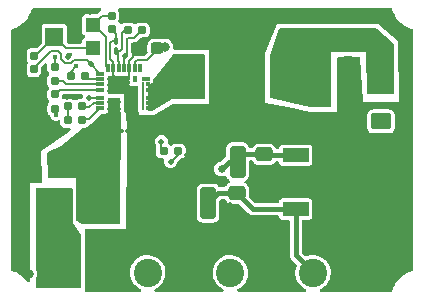
<source format=gbr>
%TF.GenerationSoftware,KiCad,Pcbnew,6.0.11+dfsg-1~bpo11+1*%
%TF.CreationDate,2023-08-28T18:41:00-05:00*%
%TF.ProjectId,Gauntl33tVoltageRegulator,4761756e-746c-4333-9374-566f6c746167,rev?*%
%TF.SameCoordinates,Original*%
%TF.FileFunction,Copper,L1,Top*%
%TF.FilePolarity,Positive*%
%FSLAX46Y46*%
G04 Gerber Fmt 4.6, Leading zero omitted, Abs format (unit mm)*
G04 Created by KiCad (PCBNEW 6.0.11+dfsg-1~bpo11+1) date 2023-08-28 18:41:00*
%MOMM*%
%LPD*%
G01*
G04 APERTURE LIST*
G04 Aperture macros list*
%AMRoundRect*
0 Rectangle with rounded corners*
0 $1 Rounding radius*
0 $2 $3 $4 $5 $6 $7 $8 $9 X,Y pos of 4 corners*
0 Add a 4 corners polygon primitive as box body*
4,1,4,$2,$3,$4,$5,$6,$7,$8,$9,$2,$3,0*
0 Add four circle primitives for the rounded corners*
1,1,$1+$1,$2,$3*
1,1,$1+$1,$4,$5*
1,1,$1+$1,$6,$7*
1,1,$1+$1,$8,$9*
0 Add four rect primitives between the rounded corners*
20,1,$1+$1,$2,$3,$4,$5,0*
20,1,$1+$1,$4,$5,$6,$7,0*
20,1,$1+$1,$6,$7,$8,$9,0*
20,1,$1+$1,$8,$9,$2,$3,0*%
G04 Aperture macros list end*
%TA.AperFunction,SMDPad,CuDef*%
%ADD10R,2.700000X3.600000*%
%TD*%
%TA.AperFunction,SMDPad,CuDef*%
%ADD11RoundRect,0.250000X-0.412500X-1.100000X0.412500X-1.100000X0.412500X1.100000X-0.412500X1.100000X0*%
%TD*%
%TA.AperFunction,SMDPad,CuDef*%
%ADD12RoundRect,0.250000X0.412500X1.100000X-0.412500X1.100000X-0.412500X-1.100000X0.412500X-1.100000X0*%
%TD*%
%TA.AperFunction,SMDPad,CuDef*%
%ADD13RoundRect,0.160000X-0.197500X-0.160000X0.197500X-0.160000X0.197500X0.160000X-0.197500X0.160000X0*%
%TD*%
%TA.AperFunction,SMDPad,CuDef*%
%ADD14RoundRect,0.250001X0.624999X-0.462499X0.624999X0.462499X-0.624999X0.462499X-0.624999X-0.462499X0*%
%TD*%
%TA.AperFunction,SMDPad,CuDef*%
%ADD15R,0.300000X0.550000*%
%TD*%
%TA.AperFunction,SMDPad,CuDef*%
%ADD16R,0.450000X0.300000*%
%TD*%
%TA.AperFunction,SMDPad,CuDef*%
%ADD17R,0.730000X0.300000*%
%TD*%
%TA.AperFunction,SMDPad,CuDef*%
%ADD18R,0.300000X0.725000*%
%TD*%
%TA.AperFunction,SMDPad,CuDef*%
%ADD19R,0.725000X0.300000*%
%TD*%
%TA.AperFunction,SMDPad,CuDef*%
%ADD20R,1.050000X1.575000*%
%TD*%
%TA.AperFunction,SMDPad,CuDef*%
%ADD21R,1.050000X1.150000*%
%TD*%
%TA.AperFunction,SMDPad,CuDef*%
%ADD22R,1.200000X2.175000*%
%TD*%
%TA.AperFunction,SMDPad,CuDef*%
%ADD23R,0.380000X0.580000*%
%TD*%
%TA.AperFunction,SMDPad,CuDef*%
%ADD24R,0.445000X0.650000*%
%TD*%
%TA.AperFunction,SMDPad,CuDef*%
%ADD25R,0.275000X2.350000*%
%TD*%
%TA.AperFunction,SMDPad,CuDef*%
%ADD26RoundRect,0.237500X0.300000X0.237500X-0.300000X0.237500X-0.300000X-0.237500X0.300000X-0.237500X0*%
%TD*%
%TA.AperFunction,SMDPad,CuDef*%
%ADD27RoundRect,0.160000X0.160000X-0.197500X0.160000X0.197500X-0.160000X0.197500X-0.160000X-0.197500X0*%
%TD*%
%TA.AperFunction,SMDPad,CuDef*%
%ADD28RoundRect,0.160000X0.197500X0.160000X-0.197500X0.160000X-0.197500X-0.160000X0.197500X-0.160000X0*%
%TD*%
%TA.AperFunction,SMDPad,CuDef*%
%ADD29R,2.200000X1.200000*%
%TD*%
%TA.AperFunction,SMDPad,CuDef*%
%ADD30R,6.400000X5.800000*%
%TD*%
%TA.AperFunction,ComponentPad*%
%ADD31R,2.400000X2.400000*%
%TD*%
%TA.AperFunction,ComponentPad*%
%ADD32C,2.400000*%
%TD*%
%TA.AperFunction,SMDPad,CuDef*%
%ADD33R,1.200000X1.200000*%
%TD*%
%TA.AperFunction,SMDPad,CuDef*%
%ADD34R,1.500000X1.600000*%
%TD*%
%TA.AperFunction,SMDPad,CuDef*%
%ADD35RoundRect,0.160000X-0.160000X0.197500X-0.160000X-0.197500X0.160000X-0.197500X0.160000X0.197500X0*%
%TD*%
%TA.AperFunction,SMDPad,CuDef*%
%ADD36RoundRect,0.155000X-0.212500X-0.155000X0.212500X-0.155000X0.212500X0.155000X-0.212500X0.155000X0*%
%TD*%
%TA.AperFunction,SMDPad,CuDef*%
%ADD37RoundRect,0.100000X-0.217500X-0.100000X0.217500X-0.100000X0.217500X0.100000X-0.217500X0.100000X0*%
%TD*%
%TA.AperFunction,SMDPad,CuDef*%
%ADD38RoundRect,0.250000X-0.337500X-0.475000X0.337500X-0.475000X0.337500X0.475000X-0.337500X0.475000X0*%
%TD*%
%TA.AperFunction,SMDPad,CuDef*%
%ADD39RoundRect,0.250000X-0.475000X0.337500X-0.475000X-0.337500X0.475000X-0.337500X0.475000X0.337500X0*%
%TD*%
%TA.AperFunction,SMDPad,CuDef*%
%ADD40R,1.070000X1.780000*%
%TD*%
%TA.AperFunction,SMDPad,CuDef*%
%ADD41RoundRect,0.100000X-0.100000X0.217500X-0.100000X-0.217500X0.100000X-0.217500X0.100000X0.217500X0*%
%TD*%
%TA.AperFunction,SMDPad,CuDef*%
%ADD42RoundRect,0.155000X0.155000X-0.212500X0.155000X0.212500X-0.155000X0.212500X-0.155000X-0.212500X0*%
%TD*%
%TA.AperFunction,ViaPad*%
%ADD43C,0.800000*%
%TD*%
%TA.AperFunction,ViaPad*%
%ADD44C,0.650000*%
%TD*%
%TA.AperFunction,ViaPad*%
%ADD45C,0.500000*%
%TD*%
%TA.AperFunction,ViaPad*%
%ADD46C,0.400000*%
%TD*%
%TA.AperFunction,Conductor*%
%ADD47C,0.250000*%
%TD*%
%TA.AperFunction,Conductor*%
%ADD48C,0.400000*%
%TD*%
%TA.AperFunction,Conductor*%
%ADD49C,0.200000*%
%TD*%
G04 APERTURE END LIST*
D10*
%TO.P,L1,2,2*%
%TO.N,/Vreg*%
X140750000Y-112260000D03*
%TO.P,L1,1,1*%
%TO.N,Net-(L1-Pad1)*%
X132450000Y-112260000D03*
%TD*%
D11*
%TO.P,C1,1*%
%TO.N,/+20V*%
X125337500Y-119300000D03*
%TO.P,C1,2*%
%TO.N,GND*%
X128462500Y-119300000D03*
%TD*%
D12*
%TO.P,C11,1*%
%TO.N,/5V*%
X134162500Y-123000000D03*
%TO.P,C11,2*%
%TO.N,GND*%
X131037500Y-123000000D03*
%TD*%
D13*
%TO.P,R7,1*%
%TO.N,/PGOOD*%
X130402500Y-118600000D03*
%TO.P,R7,2*%
%TO.N,Net-(J1-Pad5)*%
X131597500Y-118600000D03*
%TD*%
D14*
%TO.P,F2,1*%
%TO.N,Net-(F2-Pad1)*%
X121600000Y-122587500D03*
%TO.P,F2,2*%
%TO.N,/+20V*%
X121600000Y-119612500D03*
%TD*%
D15*
%TO.P,IC1,1,VIN_1*%
%TO.N,/+20V*%
X126140000Y-115536000D03*
%TO.P,IC1,2,VIN_2*%
X126590000Y-115536000D03*
%TO.P,IC1,3,PGND_1*%
%TO.N,GND*%
X127490000Y-115535000D03*
%TO.P,IC1,4,PGND_2*%
X127940000Y-115535000D03*
D16*
%TO.P,IC1,5,SW_1*%
%TO.N,Net-(L1-Pad1)*%
X129040000Y-114984000D03*
%TO.P,IC1,6,SW_2*%
X129040000Y-114534000D03*
%TO.P,IC1,7,SW_3*%
X129040000Y-114084000D03*
%TO.P,IC1,8,SW_4*%
X129040000Y-113384000D03*
%TO.P,IC1,9,SW_5*%
X129040000Y-112934000D03*
D17*
%TO.P,IC1,10,GL_1*%
%TO.N,unconnected-(IC1-Pad10)*%
X128900000Y-112484000D03*
D18*
%TO.P,IC1,11,GL_2*%
%TO.N,unconnected-(IC1-Pad11)*%
X128389000Y-111572000D03*
%TO.P,IC1,12,VDRV*%
%TO.N,/5V*%
X127939000Y-111572000D03*
%TO.P,IC1,13,PGND_3*%
%TO.N,GND*%
X127489000Y-111572000D03*
%TO.P,IC1,14,PGOOD*%
%TO.N,/PGOOD*%
X127039000Y-111572000D03*
%TO.P,IC1,15,VDD*%
%TO.N,/5V*%
X126589000Y-111572000D03*
%TO.P,IC1,16,AGND_1*%
%TO.N,GND*%
X126139000Y-111572000D03*
%TO.P,IC1,17,FB*%
%TO.N,Net-(IC1-Pad17)*%
X125689000Y-111572000D03*
D19*
%TO.P,IC1,18,VOUT*%
%TO.N,/Vreg*%
X125027000Y-112035000D03*
%TO.P,IC1,19,EN*%
%TO.N,Net-(IC1-Pad19)*%
X125027000Y-112485000D03*
%TO.P,IC1,20,MODE2*%
%TO.N,Net-(IC1-Pad20)*%
X125027000Y-112935000D03*
%TO.P,IC1,21,MODE1*%
%TO.N,Net-(IC1-Pad21)*%
X125027000Y-113385000D03*
%TO.P,IC1,22,VIN_3*%
%TO.N,/+20V*%
X125027000Y-114085000D03*
%TO.P,IC1,23,BOOT*%
%TO.N,Net-(IC1-Pad23)*%
X125027000Y-114535000D03*
%TO.P,IC1,24,PHASE*%
%TO.N,Net-(IC1-Pad24)*%
X125027000Y-114985000D03*
D20*
%TO.P,IC1,25,AGND_2*%
%TO.N,GND*%
X126215000Y-113023000D03*
D21*
%TO.P,IC1,26,VIN_4*%
%TO.N,/+20V*%
X126215000Y-114686000D03*
D22*
%TO.P,IC1,27,PGND_4*%
%TO.N,GND*%
X127640000Y-114172000D03*
D23*
%TO.P,IC1,28,GL_3*%
%TO.N,unconnected-(IC1-Pad28)*%
X127979000Y-112524000D03*
D24*
%TO.P,IC1,29,PGND_5*%
%TO.N,GND*%
X127262000Y-112760000D03*
D25*
%TO.P,IC1,30,SW_6*%
%TO.N,/SW*%
X128678000Y-113959000D03*
%TD*%
D26*
%TO.P,C0,1*%
%TO.N,/5V*%
X129862500Y-109860000D03*
%TO.P,C0,2*%
%TO.N,GND*%
X128137500Y-109860000D03*
%TD*%
D27*
%TO.P,R3,1*%
%TO.N,Net-(IC1-Pad20)*%
X121175000Y-112637500D03*
%TO.P,R3,2*%
%TO.N,/5V*%
X121175000Y-111442500D03*
%TD*%
D28*
%TO.P,R1,1*%
%TO.N,Net-(IC1-Pad24)*%
X123497500Y-116000000D03*
%TO.P,R1,2*%
%TO.N,Net-(R1-Pad2)*%
X122302500Y-116000000D03*
%TD*%
D29*
%TO.P,U1,1,IN*%
%TO.N,/+20V*%
X141575000Y-118945000D03*
D30*
%TO.P,U1,2,GND*%
%TO.N,GND*%
X147875000Y-121225000D03*
D29*
X141575000Y-121225000D03*
%TO.P,U1,3,OUT*%
%TO.N,/5V*%
X141575000Y-123505000D03*
%TD*%
D31*
%TO.P,J1,1,Pin_1*%
%TO.N,Net-(F2-Pad1)*%
X122050000Y-128900000D03*
D32*
%TO.P,J1,2,Pin_2*%
%TO.N,GND*%
X125550000Y-128900000D03*
%TO.P,J1,3,Pin_3*%
%TO.N,Net-(F1-Pad1)*%
X129050000Y-128900000D03*
%TO.P,J1,4,Pin_4*%
%TO.N,GND*%
X132550000Y-128900000D03*
%TO.P,J1,5,Pin_5*%
%TO.N,Net-(J1-Pad5)*%
X136050000Y-128900000D03*
%TO.P,J1,6,Pin_6*%
%TO.N,GND*%
X139550000Y-128900000D03*
%TO.P,J1,7,Pin_7*%
%TO.N,/5V*%
X143050000Y-128900000D03*
%TO.P,J1,8,Pin_8*%
%TO.N,GND*%
X146550000Y-128900000D03*
%TD*%
D11*
%TO.P,C3,1*%
%TO.N,/+20V*%
X125337500Y-122800000D03*
%TO.P,C3,2*%
%TO.N,GND*%
X128462500Y-122800000D03*
%TD*%
D33*
%TO.P,200K1,1,1*%
%TO.N,Net-(200K1-Pad1)*%
X124400000Y-109900000D03*
D34*
%TO.P,200K1,2,2*%
X121150000Y-108900000D03*
D33*
%TO.P,200K1,3,3*%
%TO.N,Net-(IC1-Pad17)*%
X124400000Y-107900000D03*
%TD*%
D12*
%TO.P,C8,1*%
%TO.N,/+20V*%
X136662500Y-119500000D03*
%TO.P,C8,2*%
%TO.N,GND*%
X133537500Y-119500000D03*
%TD*%
D28*
%TO.P,R2,1*%
%TO.N,/PGOOD*%
X128562500Y-108332061D03*
%TO.P,R2,2*%
%TO.N,/5V*%
X127367500Y-108332061D03*
%TD*%
D35*
%TO.P,R4,1*%
%TO.N,Net-(IC1-Pad21)*%
X121185000Y-113805000D03*
%TO.P,R4,2*%
%TO.N,/5V*%
X121185000Y-115000000D03*
%TD*%
D36*
%TO.P,C2,1*%
%TO.N,Net-(R1-Pad2)*%
X122332500Y-114800000D03*
%TO.P,C2,2*%
%TO.N,Net-(IC1-Pad23)*%
X123467500Y-114800000D03*
%TD*%
D37*
%TO.P,C4,1*%
%TO.N,/+20V*%
X126692500Y-116900000D03*
%TO.P,C4,2*%
%TO.N,GND*%
X127507500Y-116900000D03*
%TD*%
D38*
%TO.P,C6,1*%
%TO.N,/Vreg*%
X143962500Y-111300000D03*
%TO.P,C6,2*%
%TO.N,GND*%
X146037500Y-111300000D03*
%TD*%
D39*
%TO.P,C9,1*%
%TO.N,/+20V*%
X138900000Y-118862500D03*
%TO.P,C9,2*%
%TO.N,GND*%
X138900000Y-120937500D03*
%TD*%
D14*
%TO.P,F1,1*%
%TO.N,Net-(F1-Pad1)*%
X148800000Y-116087500D03*
%TO.P,F1,2*%
%TO.N,/Vreg*%
X148800000Y-113112500D03*
%TD*%
D28*
%TO.P,R9,1*%
%TO.N,Net-(IC1-Pad19)*%
X123722500Y-112280000D03*
%TO.P,R9,2*%
%TO.N,/5V*%
X122527500Y-112280000D03*
%TD*%
D40*
%TO.P,C5,1*%
%TO.N,GND*%
X146460000Y-113900000D03*
%TO.P,C5,2*%
%TO.N,/Vreg*%
X143740000Y-113900000D03*
%TD*%
D41*
%TO.P,C7,1*%
%TO.N,GND*%
X126385000Y-109282500D03*
%TO.P,C7,2*%
%TO.N,/5V*%
X126385000Y-110097500D03*
%TD*%
D42*
%TO.P,R5,1*%
%TO.N,/Vreg*%
X119400000Y-111667500D03*
%TO.P,R5,2*%
%TO.N,Net-(200K1-Pad1)*%
X119400000Y-110532500D03*
%TD*%
%TO.P,R6,1*%
%TO.N,GND*%
X126000000Y-108267500D03*
%TO.P,R6,2*%
%TO.N,Net-(IC1-Pad17)*%
X126000000Y-107132500D03*
%TD*%
D39*
%TO.P,C10,1*%
%TO.N,/5V*%
X136600000Y-122162500D03*
%TO.P,C10,2*%
%TO.N,GND*%
X136600000Y-124237500D03*
%TD*%
D43*
%TO.N,/5V*%
X130500000Y-109800000D03*
X136600000Y-122162500D03*
D44*
%TO.N,/+20V*%
X123800000Y-124100000D03*
D45*
X126500000Y-114400000D03*
D44*
X135300000Y-120100000D03*
D45*
X125265498Y-115734502D03*
X126500000Y-115000000D03*
X125900000Y-115000000D03*
X125900000Y-114400000D03*
X124100000Y-114100000D03*
D46*
%TO.N,/5V*%
X123005000Y-111390000D03*
D45*
%TO.N,GND*%
X134700000Y-118500000D03*
X150100000Y-122800000D03*
X126500000Y-112500000D03*
X132400000Y-118900000D03*
X128000000Y-122400000D03*
X146000000Y-112100000D03*
X128700000Y-121700000D03*
X150100000Y-123400000D03*
X145000000Y-121600000D03*
X128000000Y-118600000D03*
X128700000Y-120000000D03*
X146700000Y-114500000D03*
X146600000Y-110900000D03*
X127262000Y-112760000D03*
X150700000Y-121600000D03*
X150700000Y-122800000D03*
X118800000Y-109300000D03*
X127900000Y-113400000D03*
X146000000Y-114500000D03*
X145400000Y-113300000D03*
X126500000Y-113500000D03*
X145600000Y-121000000D03*
X145000000Y-122200000D03*
X145000000Y-119800000D03*
X129400000Y-122400000D03*
X140100000Y-122000000D03*
X129400000Y-120700000D03*
X129400000Y-120000000D03*
X125900000Y-112500000D03*
X132400000Y-119600000D03*
X139700000Y-124400000D03*
X127900000Y-114600000D03*
X145400000Y-114500000D03*
X146000000Y-113900000D03*
X150700000Y-123400000D03*
X127900000Y-115200000D03*
X138200000Y-122100000D03*
X128600000Y-110200000D03*
X125900000Y-113500000D03*
X146000000Y-110900000D03*
X128700000Y-122400000D03*
X145600000Y-122200000D03*
X129400000Y-119300000D03*
X129400000Y-121700000D03*
X145600000Y-120400000D03*
X150700000Y-118600000D03*
X120100000Y-113300000D03*
X145000000Y-121000000D03*
X122300000Y-110600000D03*
X137000000Y-124500000D03*
X134700000Y-119200000D03*
X145600000Y-119800000D03*
X128000000Y-121700000D03*
X125900000Y-113000000D03*
X128700000Y-120700000D03*
X145000000Y-119200000D03*
X127900000Y-114000000D03*
X128000000Y-120000000D03*
X140100000Y-120200000D03*
X129400000Y-118600000D03*
X139000000Y-122100000D03*
X146600000Y-111500000D03*
X146600000Y-113900000D03*
X128000000Y-120700000D03*
X136000000Y-123200000D03*
X146000000Y-113300000D03*
X145000000Y-118600000D03*
X150700000Y-119200000D03*
X136300000Y-124000000D03*
X128000000Y-123100000D03*
X146600000Y-112100000D03*
X143100000Y-124400000D03*
X128700000Y-118600000D03*
X132100000Y-122300000D03*
X124200000Y-106800000D03*
X132100000Y-123000000D03*
X146000000Y-111500000D03*
X127300000Y-114000000D03*
X146600000Y-113300000D03*
X145000000Y-120400000D03*
X150700000Y-120400000D03*
X145600000Y-118600000D03*
X127300000Y-115200000D03*
D43*
X119000000Y-129000000D03*
D45*
X129400000Y-123100000D03*
X128700000Y-123100000D03*
X145600000Y-122800000D03*
X145400000Y-110900000D03*
X145000000Y-123400000D03*
X145400000Y-113900000D03*
X145400000Y-112100000D03*
X122600000Y-107900000D03*
D43*
X118000000Y-128000000D03*
D45*
X127300000Y-114600000D03*
X122200000Y-114000000D03*
X128700000Y-119300000D03*
X128000000Y-119300000D03*
X145400000Y-111500000D03*
X150700000Y-122200000D03*
X150700000Y-121000000D03*
X121800000Y-116900000D03*
X150700000Y-119800000D03*
X127300000Y-113400000D03*
X145600000Y-121600000D03*
X145600000Y-119200000D03*
X126500000Y-113000000D03*
X145000000Y-122800000D03*
%TO.N,/PGOOD*%
X130200000Y-117800000D03*
X127121588Y-110521588D03*
D46*
%TO.N,/5V*%
X121215000Y-110610000D03*
X121275000Y-115520000D03*
D45*
X127367500Y-108332061D03*
%TO.N,/Vreg*%
X141100000Y-113600000D03*
X139700000Y-113600000D03*
X139700000Y-112200000D03*
X141800000Y-113600000D03*
X143600000Y-110900000D03*
X140400000Y-112900000D03*
X140400000Y-110800000D03*
X141800000Y-110800000D03*
X139700000Y-110800000D03*
X141800000Y-112900000D03*
X140400000Y-111500000D03*
X141800000Y-112200000D03*
X144200000Y-114400000D03*
X143500000Y-114400000D03*
X141100000Y-111500000D03*
X143500000Y-113200000D03*
D44*
X140500000Y-109000000D03*
D45*
X139700000Y-111500000D03*
X143600000Y-111600000D03*
X144200000Y-110900000D03*
X140400000Y-113600000D03*
X124246000Y-111254000D03*
X144200000Y-113200000D03*
X143500000Y-113800000D03*
X144200000Y-111600000D03*
X144200000Y-113800000D03*
X140400000Y-112200000D03*
X141100000Y-110800000D03*
X139700000Y-112900000D03*
X141100000Y-112900000D03*
X141100000Y-112200000D03*
X141800000Y-111500000D03*
%TO.N,Net-(F1-Pad1)*%
X149200000Y-115700000D03*
X148300000Y-116400000D03*
X149200000Y-116400000D03*
X148300000Y-115700000D03*
%TO.N,Net-(J1-Pad5)*%
X131000000Y-119500000D03*
%TD*%
D47*
%TO.N,/5V*%
X130500000Y-109800000D02*
X129922500Y-109800000D01*
X129922500Y-109800000D02*
X129862500Y-109860000D01*
D48*
%TO.N,/+20V*%
X135900000Y-119500000D02*
X135300000Y-120100000D01*
X136662500Y-119500000D02*
X135900000Y-119500000D01*
X138900000Y-118862500D02*
X137300000Y-118862500D01*
X138982500Y-118945000D02*
X138900000Y-118862500D01*
D49*
%TO.N,/5V*%
X122527500Y-112280000D02*
X122527500Y-111867500D01*
%TO.N,/+20V*%
X124274001Y-114085000D02*
X125027000Y-114085000D01*
%TO.N,/5V*%
X122527500Y-111867500D02*
X123005000Y-111390000D01*
D48*
%TO.N,/+20V*%
X141575000Y-118945000D02*
X138982500Y-118945000D01*
D49*
X125265498Y-115734502D02*
X125941498Y-115734502D01*
D48*
X137300000Y-118862500D02*
X136662500Y-119500000D01*
D49*
X125941498Y-115734502D02*
X126140000Y-115536000D01*
%TO.N,GND*%
X127489000Y-111572000D02*
X127489000Y-112533000D01*
X126139000Y-111572000D02*
X126139000Y-112947000D01*
X125885000Y-110808467D02*
X125885000Y-109435000D01*
X127775000Y-109860000D02*
X127775000Y-110645287D01*
X125885000Y-109435000D02*
X126037500Y-109282500D01*
D48*
X126760000Y-112760000D02*
X126500000Y-112500000D01*
X126500000Y-113000000D02*
X126900000Y-113000000D01*
X127262000Y-112760000D02*
X126760000Y-112760000D01*
D49*
X126385000Y-108652500D02*
X126000000Y-108267500D01*
D48*
X126900000Y-113000000D02*
X127300000Y-113400000D01*
D49*
X126385000Y-109282500D02*
X126037500Y-109282500D01*
X127489000Y-110931287D02*
X127489000Y-111572000D01*
X127489000Y-112533000D02*
X127262000Y-112760000D01*
X126139000Y-111062467D02*
X126139000Y-111572000D01*
X127775000Y-110645287D02*
X127489000Y-110931287D01*
X126139000Y-112947000D02*
X126215000Y-113023000D01*
X126385000Y-109282500D02*
X126385000Y-108652500D01*
X126139000Y-111062467D02*
X125885000Y-110808467D01*
%TO.N,/5V*%
X129500000Y-110375000D02*
X129500000Y-109860000D01*
X128965500Y-110909500D02*
X129500000Y-110375000D01*
X127939000Y-111076000D02*
X128105500Y-110909500D01*
X128105500Y-110909500D02*
X128965500Y-110909500D01*
X127939000Y-111572000D02*
X127939000Y-111076000D01*
%TO.N,/PGOOD*%
X127227301Y-110627301D02*
X127227301Y-110608033D01*
X127227301Y-110627301D02*
X127300000Y-110554602D01*
X130200000Y-118397500D02*
X130402500Y-118600000D01*
X127400000Y-109000000D02*
X127894561Y-109000000D01*
X127227301Y-110608033D02*
X127131222Y-110511954D01*
X127300000Y-109100000D02*
X127400000Y-109000000D01*
X127039000Y-111572000D02*
X127039000Y-110815602D01*
X127039000Y-110815602D02*
X127227301Y-110627301D01*
X128562500Y-108332061D02*
X127894561Y-109000000D01*
X127300000Y-110554602D02*
X127300000Y-109100000D01*
X130200000Y-117800000D02*
X130200000Y-118397500D01*
%TO.N,/5V*%
X126589000Y-110989000D02*
X126589000Y-111572000D01*
X126885000Y-109915000D02*
X126702500Y-110097500D01*
X126885000Y-108615000D02*
X127167939Y-108332061D01*
X126702500Y-110097500D02*
X126385000Y-110097500D01*
X126539000Y-110251500D02*
X126539000Y-110939000D01*
X126885000Y-108615000D02*
X126885000Y-109915000D01*
X121215000Y-110610000D02*
X121215000Y-111402500D01*
X126385000Y-110097500D02*
X126539000Y-110251500D01*
X126539000Y-110939000D02*
X126589000Y-110989000D01*
X121215000Y-111402500D02*
X121175000Y-111442500D01*
X127167939Y-108332061D02*
X127367500Y-108332061D01*
X121275000Y-115090000D02*
X121185000Y-115000000D01*
X121275000Y-115520000D02*
X121275000Y-115090000D01*
%TO.N,Net-(IC1-Pad17)*%
X125485000Y-108915000D02*
X124470000Y-107900000D01*
X126000000Y-107132500D02*
X125167500Y-107132500D01*
X125485000Y-111368000D02*
X125485000Y-108915000D01*
X124470000Y-107900000D02*
X124400000Y-107900000D01*
X125689000Y-111572000D02*
X125485000Y-111368000D01*
X125167500Y-107132500D02*
X124400000Y-107900000D01*
%TO.N,Net-(IC1-Pad19)*%
X123927500Y-112485000D02*
X123722500Y-112280000D01*
X125027000Y-112485000D02*
X123927500Y-112485000D01*
%TO.N,Net-(IC1-Pad20)*%
X121864462Y-112637500D02*
X121175000Y-112637500D01*
X122161962Y-112935000D02*
X121864462Y-112637500D01*
X125027000Y-112935000D02*
X122161962Y-112935000D01*
%TO.N,Net-(IC1-Pad21)*%
X125027000Y-113385000D02*
X121605000Y-113385000D01*
X121605000Y-113385000D02*
X121185000Y-113805000D01*
%TO.N,Net-(IC1-Pad23)*%
X124109001Y-114900000D02*
X124109001Y-114890999D01*
X124109001Y-114890999D02*
X124465000Y-114535000D01*
X123467500Y-114900000D02*
X124109001Y-114900000D01*
X124465000Y-114535000D02*
X125027000Y-114535000D01*
%TO.N,Net-(IC1-Pad24)*%
X123497500Y-115900000D02*
X124112000Y-115900000D01*
X124112000Y-115900000D02*
X125027000Y-114985000D01*
%TO.N,/Vreg*%
X120843467Y-110100000D02*
X121477818Y-110100000D01*
X119400000Y-111667500D02*
X119400000Y-111543467D01*
X122797893Y-110890000D02*
X123882000Y-110890000D01*
X122537893Y-111150000D02*
X122797893Y-110890000D01*
X124246000Y-111254000D02*
X125027000Y-112035000D01*
X121750000Y-110827818D02*
X122072182Y-111150000D01*
X121750000Y-110372182D02*
X121750000Y-110827818D01*
X122072182Y-111150000D02*
X122537893Y-111150000D01*
X123882000Y-110890000D02*
X124246000Y-111254000D01*
X119400000Y-111543467D02*
X120843467Y-110100000D01*
X121477818Y-110100000D02*
X121750000Y-110372182D01*
%TO.N,Net-(R1-Pad2)*%
X122332500Y-115870000D02*
X122302500Y-115900000D01*
X122332500Y-114900000D02*
X122332500Y-115870000D01*
%TO.N,Net-(200K1-Pad1)*%
X119400000Y-110532500D02*
X119517500Y-110532500D01*
X119517500Y-110532500D02*
X121150000Y-108900000D01*
X124400000Y-109900000D02*
X122150000Y-109900000D01*
X122150000Y-109900000D02*
X121150000Y-108900000D01*
D48*
%TO.N,/5V*%
X137942500Y-123505000D02*
X136600000Y-122162500D01*
X141575000Y-127425000D02*
X143050000Y-128900000D01*
X135000000Y-122162500D02*
X134162500Y-123000000D01*
X141575000Y-123505000D02*
X141575000Y-127425000D01*
X141575000Y-123505000D02*
X137942500Y-123505000D01*
X136600000Y-122162500D02*
X135000000Y-122162500D01*
D49*
%TO.N,Net-(J1-Pad5)*%
X131597500Y-118600000D02*
X131597500Y-118902500D01*
X131597500Y-118902500D02*
X131000000Y-119500000D01*
%TD*%
%TA.AperFunction,Conductor*%
%TO.N,/Vreg*%
G36*
X148421119Y-108220002D02*
G01*
X148435519Y-108230783D01*
X149856521Y-109462318D01*
X149894899Y-109522048D01*
X149900000Y-109557535D01*
X149900000Y-113674000D01*
X149879998Y-113742121D01*
X149826342Y-113788614D01*
X149774000Y-113800000D01*
X147722548Y-113800000D01*
X147654427Y-113779998D01*
X147607934Y-113726342D01*
X147596597Y-113677499D01*
X147500503Y-110218108D01*
X147500000Y-110200000D01*
X144600000Y-110200000D01*
X144600000Y-114774000D01*
X144579998Y-114842121D01*
X144526342Y-114888614D01*
X144474000Y-114900000D01*
X142914216Y-114900000D01*
X142886140Y-114896832D01*
X142348750Y-114774000D01*
X139497923Y-114122382D01*
X139435973Y-114087705D01*
X139402605Y-114025039D01*
X139400000Y-113999551D01*
X139400000Y-110521289D01*
X139406993Y-110479895D01*
X140170572Y-108284606D01*
X140211843Y-108226838D01*
X140277795Y-108200552D01*
X140289579Y-108200000D01*
X148352998Y-108200000D01*
X148421119Y-108220002D01*
G37*
%TD.AperFunction*%
%TD*%
%TA.AperFunction,Conductor*%
%TO.N,Net-(L1-Pad1)*%
G36*
X133845336Y-110418891D02*
G01*
X133889246Y-110469566D01*
X133900000Y-110519000D01*
X133900000Y-114081000D01*
X133881109Y-114145336D01*
X133830434Y-114189246D01*
X133781000Y-114200000D01*
X131100000Y-114200000D01*
X131086282Y-114208069D01*
X131086283Y-114208069D01*
X129427931Y-115183570D01*
X129367596Y-115200000D01*
X129185000Y-115200000D01*
X129120664Y-115181109D01*
X129076754Y-115130434D01*
X129066000Y-115081000D01*
X129066000Y-113003500D01*
X129084891Y-112939164D01*
X129135566Y-112895254D01*
X129185000Y-112884500D01*
X129289674Y-112884500D01*
X129362740Y-112869966D01*
X129445601Y-112814601D01*
X129500966Y-112731740D01*
X129513652Y-112667964D01*
X129535165Y-112619780D01*
X131164300Y-110447600D01*
X131218014Y-110407465D01*
X131259500Y-110400000D01*
X133781000Y-110400000D01*
X133845336Y-110418891D01*
G37*
%TD.AperFunction*%
%TD*%
%TA.AperFunction,Conductor*%
%TO.N,Net-(F2-Pad1)*%
G36*
X122642121Y-121720002D02*
G01*
X122688614Y-121773658D01*
X122700000Y-121826000D01*
X122700000Y-124700000D01*
X122711119Y-124715884D01*
X122711119Y-124715885D01*
X123377223Y-125667461D01*
X123400000Y-125739717D01*
X123400000Y-130074000D01*
X123379998Y-130142121D01*
X123326342Y-130188614D01*
X123274000Y-130200000D01*
X119726000Y-130200000D01*
X119657879Y-130179998D01*
X119611386Y-130126342D01*
X119600000Y-130074000D01*
X119600000Y-129403802D01*
X119615303Y-129344203D01*
X119618361Y-129339947D01*
X119681601Y-129182634D01*
X119705490Y-129014778D01*
X119705645Y-129000000D01*
X119685276Y-128831680D01*
X119625345Y-128673077D01*
X119621044Y-128666819D01*
X119617524Y-128660086D01*
X119619281Y-128659167D01*
X119600000Y-128597076D01*
X119600000Y-121826000D01*
X119620002Y-121757879D01*
X119673658Y-121711386D01*
X119726000Y-121700000D01*
X122574000Y-121700000D01*
X122642121Y-121720002D01*
G37*
%TD.AperFunction*%
%TD*%
%TA.AperFunction,Conductor*%
%TO.N,GND*%
G36*
X149721610Y-106520002D02*
G01*
X149768103Y-106573658D01*
X149773784Y-106588515D01*
X149845063Y-106817260D01*
X149846625Y-106820730D01*
X149846627Y-106820736D01*
X149890771Y-106918819D01*
X149959285Y-107071050D01*
X150103265Y-107309222D01*
X150105606Y-107312210D01*
X150105608Y-107312213D01*
X150272551Y-107525299D01*
X150274904Y-107528302D01*
X150471698Y-107725096D01*
X150474698Y-107727447D01*
X150474701Y-107727449D01*
X150637028Y-107854624D01*
X150690778Y-107896735D01*
X150694032Y-107898702D01*
X150925689Y-108038744D01*
X150925693Y-108038746D01*
X150928950Y-108040715D01*
X150969769Y-108059086D01*
X151179264Y-108153373D01*
X151179270Y-108153375D01*
X151182740Y-108154937D01*
X151186376Y-108156070D01*
X151411485Y-108226216D01*
X151470571Y-108265578D01*
X151498996Y-108330636D01*
X151500000Y-108346511D01*
X151500000Y-128653489D01*
X151479998Y-128721610D01*
X151426342Y-128768103D01*
X151411485Y-128773784D01*
X151182740Y-128845063D01*
X151179270Y-128846625D01*
X151179264Y-128846627D01*
X151142410Y-128863214D01*
X150928950Y-128959285D01*
X150925693Y-128961254D01*
X150925689Y-128961256D01*
X150773950Y-129052986D01*
X150690778Y-129103265D01*
X150687790Y-129105606D01*
X150687787Y-129105608D01*
X150474701Y-129272551D01*
X150471698Y-129274904D01*
X150274904Y-129471698D01*
X150272553Y-129474698D01*
X150272551Y-129474701D01*
X150115264Y-129675463D01*
X150103265Y-129690778D01*
X150101298Y-129694032D01*
X149989188Y-129879485D01*
X149959285Y-129928950D01*
X149906446Y-130046353D01*
X149850650Y-130170327D01*
X149845063Y-130182740D01*
X149811176Y-130291488D01*
X149773784Y-130411485D01*
X149734422Y-130470571D01*
X149669364Y-130498996D01*
X149653489Y-130500000D01*
X143738475Y-130500000D01*
X143670354Y-130479998D01*
X143623861Y-130426342D01*
X143613757Y-130356068D01*
X143643251Y-130291488D01*
X143683043Y-130260849D01*
X143816303Y-130195566D01*
X143816308Y-130195563D01*
X143820954Y-130193287D01*
X143825164Y-130190284D01*
X143825169Y-130190281D01*
X144017617Y-130053009D01*
X144017622Y-130053005D01*
X144021829Y-130050004D01*
X144196605Y-129875837D01*
X144340588Y-129675463D01*
X144449911Y-129454264D01*
X144505120Y-129272551D01*
X144520135Y-129223132D01*
X144520136Y-129223126D01*
X144521639Y-129218180D01*
X144553845Y-128973550D01*
X144555643Y-128900000D01*
X144542030Y-128734422D01*
X144535849Y-128659240D01*
X144535848Y-128659234D01*
X144535425Y-128654089D01*
X144475316Y-128414783D01*
X144376928Y-128188507D01*
X144242905Y-127981339D01*
X144216635Y-127952468D01*
X144190243Y-127923464D01*
X144076846Y-127798842D01*
X144072795Y-127795643D01*
X144072791Y-127795639D01*
X143887264Y-127649119D01*
X143887259Y-127649116D01*
X143883210Y-127645918D01*
X143878694Y-127643425D01*
X143878691Y-127643423D01*
X143671722Y-127529170D01*
X143671718Y-127529168D01*
X143667198Y-127526673D01*
X143662329Y-127524949D01*
X143662325Y-127524947D01*
X143439485Y-127446035D01*
X143439481Y-127446034D01*
X143434610Y-127444309D01*
X143429517Y-127443402D01*
X143429514Y-127443401D01*
X143196783Y-127401945D01*
X143196777Y-127401944D01*
X143191694Y-127401039D01*
X143112324Y-127400069D01*
X142950142Y-127398088D01*
X142950140Y-127398088D01*
X142944972Y-127398025D01*
X142701070Y-127435347D01*
X142609202Y-127465374D01*
X142467178Y-127511794D01*
X142396214Y-127513945D01*
X142338938Y-127481124D01*
X142112405Y-127254591D01*
X142078379Y-127192279D01*
X142075500Y-127165496D01*
X142075500Y-124531500D01*
X142095502Y-124463379D01*
X142149158Y-124416886D01*
X142201500Y-124405500D01*
X142719646Y-124405500D01*
X142723350Y-124405059D01*
X142723353Y-124405059D01*
X142730746Y-124404179D01*
X142745846Y-124402382D01*
X142786976Y-124384113D01*
X142837518Y-124361663D01*
X142848153Y-124356939D01*
X142927241Y-124277713D01*
X142933711Y-124263080D01*
X142968675Y-124183992D01*
X142972506Y-124175327D01*
X142975500Y-124149646D01*
X142975500Y-122860354D01*
X142972382Y-122834154D01*
X142931723Y-122742616D01*
X142931663Y-122742482D01*
X142926939Y-122731847D01*
X142847713Y-122652759D01*
X142837076Y-122648056D01*
X142837074Y-122648055D01*
X142777538Y-122621735D01*
X142745327Y-122607494D01*
X142719646Y-122604500D01*
X140430354Y-122604500D01*
X140426650Y-122604941D01*
X140426647Y-122604941D01*
X140419254Y-122605821D01*
X140404154Y-122607618D01*
X140301847Y-122653061D01*
X140222759Y-122732287D01*
X140218056Y-122742924D01*
X140218055Y-122742926D01*
X140201833Y-122779620D01*
X140177494Y-122834673D01*
X140174500Y-122860354D01*
X140174500Y-122878500D01*
X140154498Y-122946621D01*
X140100842Y-122993114D01*
X140048500Y-123004500D01*
X138202004Y-123004500D01*
X138133883Y-122984498D01*
X138112909Y-122967595D01*
X137662405Y-122517091D01*
X137628379Y-122454779D01*
X137625500Y-122427996D01*
X137625500Y-121782228D01*
X137614636Y-121692453D01*
X137593219Y-121638358D01*
X137562275Y-121560204D01*
X137559113Y-121552217D01*
X137467922Y-121432078D01*
X137347783Y-121340887D01*
X137319406Y-121329652D01*
X137263432Y-121285978D01*
X137239956Y-121218975D01*
X137256430Y-121149917D01*
X137307626Y-121100728D01*
X137319406Y-121095348D01*
X137339797Y-121087275D01*
X137339798Y-121087275D01*
X137347783Y-121084113D01*
X137467922Y-120992922D01*
X137559113Y-120872783D01*
X137614636Y-120732547D01*
X137625500Y-120642772D01*
X137625500Y-119489000D01*
X137645502Y-119420879D01*
X137699158Y-119374386D01*
X137751500Y-119363000D01*
X137811791Y-119363000D01*
X137879912Y-119383002D01*
X137928943Y-119442616D01*
X137940887Y-119472783D01*
X138032078Y-119592922D01*
X138152217Y-119684113D01*
X138210210Y-119707074D01*
X138284923Y-119736655D01*
X138284925Y-119736656D01*
X138292453Y-119739636D01*
X138382228Y-119750500D01*
X139417772Y-119750500D01*
X139507547Y-119739636D01*
X139515075Y-119736656D01*
X139515077Y-119736655D01*
X139589790Y-119707074D01*
X139647783Y-119684113D01*
X139767922Y-119592922D01*
X139842007Y-119495319D01*
X139899124Y-119453154D01*
X139942369Y-119445500D01*
X140048500Y-119445500D01*
X140116621Y-119465502D01*
X140163114Y-119519158D01*
X140174500Y-119571500D01*
X140174500Y-119589646D01*
X140177618Y-119615846D01*
X140181456Y-119624486D01*
X140181456Y-119624487D01*
X140218140Y-119707074D01*
X140223061Y-119718153D01*
X140302287Y-119797241D01*
X140312924Y-119801944D01*
X140312926Y-119801945D01*
X140372462Y-119828265D01*
X140404673Y-119842506D01*
X140430354Y-119845500D01*
X142719646Y-119845500D01*
X142723350Y-119845059D01*
X142723353Y-119845059D01*
X142730746Y-119844179D01*
X142745846Y-119842382D01*
X142836199Y-119802249D01*
X142837518Y-119801663D01*
X142848153Y-119796939D01*
X142867434Y-119777625D01*
X142919023Y-119725945D01*
X142927241Y-119717713D01*
X142972506Y-119615327D01*
X142975500Y-119589646D01*
X142975500Y-118300354D01*
X142972382Y-118274154D01*
X142966184Y-118260199D01*
X142931663Y-118182482D01*
X142926939Y-118171847D01*
X142912295Y-118157228D01*
X142882231Y-118127217D01*
X142847713Y-118092759D01*
X142837076Y-118088056D01*
X142837074Y-118088055D01*
X142777538Y-118061735D01*
X142745327Y-118047494D01*
X142719646Y-118044500D01*
X140430354Y-118044500D01*
X140426650Y-118044941D01*
X140426647Y-118044941D01*
X140419254Y-118045821D01*
X140404154Y-118047618D01*
X140395514Y-118051456D01*
X140395513Y-118051456D01*
X140336598Y-118077625D01*
X140301847Y-118093061D01*
X140293628Y-118101294D01*
X140293627Y-118101295D01*
X140268077Y-118126890D01*
X140222759Y-118172287D01*
X140218056Y-118182924D01*
X140218055Y-118182926D01*
X140204378Y-118213864D01*
X140177494Y-118274673D01*
X140174500Y-118300354D01*
X140174500Y-118318500D01*
X140154498Y-118386621D01*
X140100842Y-118433114D01*
X140048500Y-118444500D01*
X140020872Y-118444500D01*
X139952751Y-118424498D01*
X139903720Y-118364883D01*
X139902190Y-118361017D01*
X139859113Y-118252217D01*
X139767922Y-118132078D01*
X139647783Y-118040887D01*
X139562391Y-118007078D01*
X139515077Y-117988345D01*
X139515075Y-117988344D01*
X139507547Y-117985364D01*
X139417772Y-117974500D01*
X138382228Y-117974500D01*
X138292453Y-117985364D01*
X138284925Y-117988344D01*
X138284923Y-117988345D01*
X138237609Y-118007078D01*
X138152217Y-118040887D01*
X138032078Y-118132078D01*
X137940887Y-118252217D01*
X137937727Y-118260199D01*
X137928943Y-118282384D01*
X137885268Y-118338358D01*
X137811791Y-118362000D01*
X137735580Y-118362000D01*
X137667459Y-118341998D01*
X137620966Y-118288342D01*
X137615173Y-118271890D01*
X137614636Y-118267453D01*
X137559113Y-118127217D01*
X137467922Y-118007078D01*
X137347783Y-117915887D01*
X137284168Y-117890700D01*
X137215077Y-117863345D01*
X137215075Y-117863344D01*
X137207547Y-117860364D01*
X137117772Y-117849500D01*
X136207228Y-117849500D01*
X136117453Y-117860364D01*
X136109925Y-117863344D01*
X136109923Y-117863345D01*
X136040832Y-117890700D01*
X135977217Y-117915887D01*
X135857078Y-118007078D01*
X135765887Y-118127217D01*
X135762725Y-118135204D01*
X135715791Y-118253747D01*
X135710364Y-118267453D01*
X135699500Y-118357228D01*
X135699500Y-118960543D01*
X135679498Y-119028664D01*
X135641387Y-119066691D01*
X135635742Y-119070301D01*
X135627572Y-119074016D01*
X135620773Y-119079874D01*
X135620772Y-119079875D01*
X135592325Y-119104387D01*
X135584405Y-119110675D01*
X135573664Y-119118522D01*
X135562921Y-119129265D01*
X135556075Y-119135623D01*
X135518963Y-119167600D01*
X135514080Y-119175134D01*
X135508181Y-119181896D01*
X135508176Y-119181892D01*
X135499200Y-119192986D01*
X135240240Y-119451946D01*
X135180559Y-119485370D01*
X135087747Y-119507652D01*
X135087745Y-119507653D01*
X135080367Y-119509424D01*
X134945835Y-119578861D01*
X134940113Y-119583853D01*
X134940111Y-119583854D01*
X134837474Y-119673390D01*
X134837471Y-119673393D01*
X134831749Y-119678385D01*
X134794803Y-119730954D01*
X134757397Y-119784178D01*
X134744696Y-119802249D01*
X134689702Y-119943302D01*
X134688711Y-119950831D01*
X134674964Y-120055250D01*
X134669941Y-120093402D01*
X134686554Y-120243883D01*
X134738582Y-120386057D01*
X134742819Y-120392363D01*
X134742821Y-120392366D01*
X134776693Y-120442772D01*
X134823022Y-120511716D01*
X134934998Y-120613607D01*
X134941675Y-120617232D01*
X134941676Y-120617233D01*
X135061370Y-120682222D01*
X135061372Y-120682223D01*
X135068047Y-120685847D01*
X135075396Y-120687775D01*
X135207136Y-120722336D01*
X135207138Y-120722336D01*
X135214486Y-120724264D01*
X135294562Y-120725522D01*
X135358266Y-120726523D01*
X135358269Y-120726523D01*
X135365863Y-120726642D01*
X135513437Y-120692843D01*
X135541494Y-120678732D01*
X135611339Y-120665994D01*
X135676983Y-120693038D01*
X135715260Y-120744913D01*
X135765887Y-120872783D01*
X135857078Y-120992922D01*
X135863913Y-120998110D01*
X135977217Y-121084113D01*
X135975280Y-121086665D01*
X136014063Y-121126511D01*
X136028215Y-121196083D01*
X136002507Y-121262262D01*
X135949053Y-121302547D01*
X135852217Y-121340887D01*
X135732078Y-121432078D01*
X135640887Y-121552217D01*
X135637727Y-121560199D01*
X135628943Y-121582384D01*
X135585268Y-121638358D01*
X135511791Y-121662000D01*
X135148062Y-121662000D01*
X135079941Y-121641998D01*
X135047699Y-121612180D01*
X135027345Y-121585364D01*
X134967922Y-121507078D01*
X134847783Y-121415887D01*
X134784168Y-121390700D01*
X134715077Y-121363345D01*
X134715075Y-121363344D01*
X134707547Y-121360364D01*
X134617772Y-121349500D01*
X133707228Y-121349500D01*
X133617453Y-121360364D01*
X133609925Y-121363344D01*
X133609923Y-121363345D01*
X133540832Y-121390700D01*
X133477217Y-121415887D01*
X133357078Y-121507078D01*
X133265887Y-121627217D01*
X133210364Y-121767453D01*
X133199500Y-121857228D01*
X133199500Y-124142772D01*
X133210364Y-124232547D01*
X133213344Y-124240075D01*
X133213345Y-124240077D01*
X133231506Y-124285945D01*
X133265887Y-124372783D01*
X133357078Y-124492922D01*
X133477217Y-124584113D01*
X133540832Y-124609300D01*
X133609923Y-124636655D01*
X133609925Y-124636656D01*
X133617453Y-124639636D01*
X133707228Y-124650500D01*
X134617772Y-124650500D01*
X134707547Y-124639636D01*
X134715075Y-124636656D01*
X134715077Y-124636655D01*
X134784168Y-124609300D01*
X134847783Y-124584113D01*
X134967922Y-124492922D01*
X135059113Y-124372783D01*
X135093494Y-124285945D01*
X135111655Y-124240077D01*
X135111656Y-124240075D01*
X135114636Y-124232547D01*
X135125500Y-124142772D01*
X135125500Y-122797003D01*
X135145502Y-122728882D01*
X135162405Y-122707908D01*
X135170408Y-122699905D01*
X135232720Y-122665879D01*
X135259503Y-122663000D01*
X135511791Y-122663000D01*
X135579912Y-122683002D01*
X135628943Y-122742616D01*
X135640887Y-122772783D01*
X135732078Y-122892922D01*
X135852217Y-122984113D01*
X135903709Y-123004500D01*
X135984923Y-123036655D01*
X135984925Y-123036656D01*
X135992453Y-123039636D01*
X136082228Y-123050500D01*
X136727996Y-123050500D01*
X136796117Y-123070502D01*
X136817091Y-123087405D01*
X137538966Y-123809280D01*
X137546432Y-123818624D01*
X137546822Y-123818292D01*
X137552640Y-123825128D01*
X137557430Y-123832720D01*
X137564158Y-123838662D01*
X137564159Y-123838663D01*
X137597100Y-123867755D01*
X137602788Y-123873102D01*
X137614007Y-123884321D01*
X137617595Y-123887010D01*
X137617596Y-123887011D01*
X137622184Y-123890450D01*
X137630023Y-123896832D01*
X137664888Y-123927623D01*
X137673006Y-123931434D01*
X137676159Y-123933506D01*
X137689180Y-123941329D01*
X137692489Y-123943141D01*
X137699676Y-123948527D01*
X137708081Y-123951678D01*
X137708083Y-123951679D01*
X137743237Y-123964857D01*
X137752557Y-123968784D01*
X137794663Y-123988553D01*
X137803535Y-123989934D01*
X137807158Y-123991042D01*
X137821817Y-123994888D01*
X137825514Y-123995701D01*
X137833920Y-123998852D01*
X137880343Y-124002302D01*
X137890356Y-124003452D01*
X137903509Y-124005500D01*
X137918704Y-124005500D01*
X137928042Y-124005846D01*
X137976892Y-124009476D01*
X137985668Y-124007603D01*
X137994625Y-124006992D01*
X137994625Y-124006998D01*
X138008818Y-124005500D01*
X140048500Y-124005500D01*
X140116621Y-124025502D01*
X140163114Y-124079158D01*
X140174500Y-124131500D01*
X140174500Y-124149646D01*
X140177618Y-124175846D01*
X140181456Y-124184486D01*
X140181456Y-124184487D01*
X140206148Y-124240077D01*
X140223061Y-124278153D01*
X140231294Y-124286372D01*
X140231295Y-124286373D01*
X140262835Y-124317858D01*
X140302287Y-124357241D01*
X140312924Y-124361944D01*
X140312926Y-124361945D01*
X140352913Y-124379623D01*
X140404673Y-124402506D01*
X140430354Y-124405500D01*
X140948500Y-124405500D01*
X141016621Y-124425502D01*
X141063114Y-124479158D01*
X141074500Y-124531500D01*
X141074500Y-127354819D01*
X141073172Y-127366704D01*
X141073682Y-127366745D01*
X141072962Y-127375691D01*
X141070981Y-127384447D01*
X141072067Y-127401945D01*
X141074258Y-127437264D01*
X141074500Y-127445067D01*
X141074500Y-127460940D01*
X141075135Y-127465374D01*
X141075948Y-127471050D01*
X141076978Y-127481106D01*
X141079859Y-127527538D01*
X141082907Y-127535982D01*
X141083676Y-127539694D01*
X141087343Y-127554399D01*
X141088404Y-127558027D01*
X141089677Y-127566918D01*
X141108939Y-127609282D01*
X141112746Y-127618637D01*
X141125491Y-127653943D01*
X141125493Y-127653947D01*
X141128540Y-127662387D01*
X141133835Y-127669635D01*
X141135611Y-127672975D01*
X141143274Y-127686089D01*
X141145303Y-127689261D01*
X141149016Y-127697428D01*
X141154871Y-127704223D01*
X141154873Y-127704226D01*
X141179387Y-127732675D01*
X141185675Y-127740595D01*
X141193522Y-127751336D01*
X141204265Y-127762079D01*
X141210623Y-127768925D01*
X141242600Y-127806037D01*
X141250134Y-127810920D01*
X141256896Y-127816819D01*
X141256892Y-127816824D01*
X141267986Y-127825800D01*
X141633448Y-128191262D01*
X141667474Y-128253574D01*
X141662409Y-128324389D01*
X141658641Y-128333406D01*
X141639144Y-128375409D01*
X141636965Y-128380104D01*
X141571026Y-128617871D01*
X141544806Y-128863214D01*
X141559010Y-129109545D01*
X141560147Y-129114591D01*
X141560148Y-129114597D01*
X141582336Y-129213051D01*
X141613255Y-129350249D01*
X141706084Y-129578861D01*
X141835006Y-129789241D01*
X141996557Y-129975741D01*
X142186399Y-130133351D01*
X142205728Y-130144646D01*
X142394967Y-130255229D01*
X142394974Y-130255232D01*
X142399433Y-130257838D01*
X142404262Y-130259682D01*
X142405698Y-130260370D01*
X142458488Y-130307844D01*
X142477232Y-130376321D01*
X142455978Y-130444062D01*
X142401475Y-130489558D01*
X142351253Y-130500000D01*
X136738475Y-130500000D01*
X136670354Y-130479998D01*
X136623861Y-130426342D01*
X136613757Y-130356068D01*
X136643251Y-130291488D01*
X136683043Y-130260849D01*
X136816303Y-130195566D01*
X136816308Y-130195563D01*
X136820954Y-130193287D01*
X136825164Y-130190284D01*
X136825169Y-130190281D01*
X137017617Y-130053009D01*
X137017622Y-130053005D01*
X137021829Y-130050004D01*
X137196605Y-129875837D01*
X137340588Y-129675463D01*
X137449911Y-129454264D01*
X137505120Y-129272551D01*
X137520135Y-129223132D01*
X137520136Y-129223126D01*
X137521639Y-129218180D01*
X137553845Y-128973550D01*
X137555643Y-128900000D01*
X137542030Y-128734422D01*
X137535849Y-128659240D01*
X137535848Y-128659234D01*
X137535425Y-128654089D01*
X137475316Y-128414783D01*
X137376928Y-128188507D01*
X137242905Y-127981339D01*
X137216635Y-127952468D01*
X137190243Y-127923464D01*
X137076846Y-127798842D01*
X137072795Y-127795643D01*
X137072791Y-127795639D01*
X136887264Y-127649119D01*
X136887259Y-127649116D01*
X136883210Y-127645918D01*
X136878694Y-127643425D01*
X136878691Y-127643423D01*
X136671722Y-127529170D01*
X136671718Y-127529168D01*
X136667198Y-127526673D01*
X136662329Y-127524949D01*
X136662325Y-127524947D01*
X136439485Y-127446035D01*
X136439481Y-127446034D01*
X136434610Y-127444309D01*
X136429517Y-127443402D01*
X136429514Y-127443401D01*
X136196783Y-127401945D01*
X136196777Y-127401944D01*
X136191694Y-127401039D01*
X136112324Y-127400069D01*
X135950142Y-127398088D01*
X135950140Y-127398088D01*
X135944972Y-127398025D01*
X135701070Y-127435347D01*
X135466540Y-127512003D01*
X135247679Y-127625935D01*
X135243546Y-127629038D01*
X135243543Y-127629040D01*
X135057232Y-127768926D01*
X135050364Y-127774083D01*
X134879896Y-127952468D01*
X134876982Y-127956740D01*
X134876981Y-127956741D01*
X134857238Y-127985683D01*
X134740851Y-128156300D01*
X134636965Y-128380104D01*
X134571026Y-128617871D01*
X134544806Y-128863214D01*
X134559010Y-129109545D01*
X134560147Y-129114591D01*
X134560148Y-129114597D01*
X134582336Y-129213051D01*
X134613255Y-129350249D01*
X134706084Y-129578861D01*
X134835006Y-129789241D01*
X134996557Y-129975741D01*
X135186399Y-130133351D01*
X135205728Y-130144646D01*
X135394967Y-130255229D01*
X135394974Y-130255232D01*
X135399433Y-130257838D01*
X135404262Y-130259682D01*
X135405698Y-130260370D01*
X135458488Y-130307844D01*
X135477232Y-130376321D01*
X135455978Y-130444062D01*
X135401475Y-130489558D01*
X135351253Y-130500000D01*
X129738475Y-130500000D01*
X129670354Y-130479998D01*
X129623861Y-130426342D01*
X129613757Y-130356068D01*
X129643251Y-130291488D01*
X129683043Y-130260849D01*
X129816303Y-130195566D01*
X129816308Y-130195563D01*
X129820954Y-130193287D01*
X129825164Y-130190284D01*
X129825169Y-130190281D01*
X130017617Y-130053009D01*
X130017622Y-130053005D01*
X130021829Y-130050004D01*
X130196605Y-129875837D01*
X130340588Y-129675463D01*
X130449911Y-129454264D01*
X130505120Y-129272551D01*
X130520135Y-129223132D01*
X130520136Y-129223126D01*
X130521639Y-129218180D01*
X130553845Y-128973550D01*
X130555643Y-128900000D01*
X130542030Y-128734422D01*
X130535849Y-128659240D01*
X130535848Y-128659234D01*
X130535425Y-128654089D01*
X130475316Y-128414783D01*
X130376928Y-128188507D01*
X130242905Y-127981339D01*
X130216635Y-127952468D01*
X130190243Y-127923464D01*
X130076846Y-127798842D01*
X130072795Y-127795643D01*
X130072791Y-127795639D01*
X129887264Y-127649119D01*
X129887259Y-127649116D01*
X129883210Y-127645918D01*
X129878694Y-127643425D01*
X129878691Y-127643423D01*
X129671722Y-127529170D01*
X129671718Y-127529168D01*
X129667198Y-127526673D01*
X129662329Y-127524949D01*
X129662325Y-127524947D01*
X129439485Y-127446035D01*
X129439481Y-127446034D01*
X129434610Y-127444309D01*
X129429517Y-127443402D01*
X129429514Y-127443401D01*
X129196783Y-127401945D01*
X129196777Y-127401944D01*
X129191694Y-127401039D01*
X129112324Y-127400069D01*
X128950142Y-127398088D01*
X128950140Y-127398088D01*
X128944972Y-127398025D01*
X128701070Y-127435347D01*
X128466540Y-127512003D01*
X128247679Y-127625935D01*
X128243546Y-127629038D01*
X128243543Y-127629040D01*
X128057232Y-127768926D01*
X128050364Y-127774083D01*
X127879896Y-127952468D01*
X127876982Y-127956740D01*
X127876981Y-127956741D01*
X127857238Y-127985683D01*
X127740851Y-128156300D01*
X127636965Y-128380104D01*
X127571026Y-128617871D01*
X127544806Y-128863214D01*
X127559010Y-129109545D01*
X127560147Y-129114591D01*
X127560148Y-129114597D01*
X127582336Y-129213051D01*
X127613255Y-129350249D01*
X127706084Y-129578861D01*
X127835006Y-129789241D01*
X127996557Y-129975741D01*
X128186399Y-130133351D01*
X128205728Y-130144646D01*
X128394967Y-130255229D01*
X128394974Y-130255232D01*
X128399433Y-130257838D01*
X128404262Y-130259682D01*
X128405698Y-130260370D01*
X128458488Y-130307844D01*
X128477232Y-130376321D01*
X128455978Y-130444062D01*
X128401475Y-130489558D01*
X128351253Y-130500000D01*
X123826000Y-130500000D01*
X123757879Y-130479998D01*
X123711386Y-130426342D01*
X123700000Y-130374000D01*
X123700000Y-125326000D01*
X123720002Y-125257879D01*
X123773658Y-125211386D01*
X123826000Y-125200000D01*
X127200000Y-125200000D01*
X127289724Y-118201514D01*
X127294872Y-117800000D01*
X129644750Y-117800000D01*
X129663670Y-117943709D01*
X129719139Y-118077625D01*
X129763392Y-118135296D01*
X129788991Y-118201514D01*
X129782310Y-118253746D01*
X129747547Y-118352736D01*
X129744500Y-118384969D01*
X129744501Y-118815030D01*
X129747547Y-118847264D01*
X129793429Y-118977916D01*
X129799026Y-118985493D01*
X129799026Y-118985494D01*
X129858999Y-119066691D01*
X129875699Y-119089301D01*
X129883274Y-119094896D01*
X129904639Y-119110676D01*
X129987084Y-119171571D01*
X130048065Y-119192986D01*
X130110488Y-119214908D01*
X130110491Y-119214909D01*
X130117736Y-119217453D01*
X130125380Y-119218176D01*
X130125382Y-119218176D01*
X130134134Y-119219003D01*
X130149969Y-119220500D01*
X130155883Y-119220500D01*
X130337873Y-119220499D01*
X130405992Y-119240501D01*
X130452485Y-119294156D01*
X130462794Y-119362945D01*
X130444750Y-119500000D01*
X130463670Y-119643709D01*
X130519139Y-119777625D01*
X130607379Y-119892621D01*
X130722375Y-119980861D01*
X130856291Y-120036330D01*
X131000000Y-120055250D01*
X131143709Y-120036330D01*
X131277625Y-119980861D01*
X131392621Y-119892621D01*
X131480861Y-119777625D01*
X131536330Y-119643709D01*
X131547978Y-119555235D01*
X131576701Y-119490309D01*
X131583805Y-119482588D01*
X131814722Y-119251671D01*
X131876208Y-119218025D01*
X131882264Y-119217453D01*
X131889512Y-119214908D01*
X131889515Y-119214907D01*
X131951935Y-119192986D01*
X132012916Y-119171571D01*
X132095362Y-119110676D01*
X132116726Y-119094896D01*
X132124301Y-119089301D01*
X132141001Y-119066691D01*
X132200974Y-118985494D01*
X132200974Y-118985493D01*
X132206571Y-118977916D01*
X132252453Y-118847264D01*
X132255500Y-118815031D01*
X132255499Y-118384970D01*
X132253329Y-118362000D01*
X132253176Y-118360386D01*
X132253176Y-118360385D01*
X132252453Y-118352736D01*
X132206571Y-118222084D01*
X132169791Y-118172287D01*
X132129896Y-118118274D01*
X132124301Y-118110699D01*
X132079522Y-118077625D01*
X132020494Y-118034026D01*
X132020492Y-118034025D01*
X132012916Y-118028429D01*
X131911056Y-117992658D01*
X131889512Y-117985092D01*
X131889509Y-117985091D01*
X131882264Y-117982547D01*
X131874620Y-117981824D01*
X131874618Y-117981824D01*
X131865866Y-117980997D01*
X131850031Y-117979500D01*
X131597628Y-117979500D01*
X131344970Y-117979501D01*
X131342020Y-117979780D01*
X131342015Y-117979780D01*
X131320386Y-117981824D01*
X131320385Y-117981824D01*
X131312736Y-117982547D01*
X131305488Y-117985092D01*
X131305485Y-117985093D01*
X131283944Y-117992658D01*
X131182084Y-118028429D01*
X131074857Y-118107628D01*
X131008180Y-118132009D01*
X130938905Y-118116472D01*
X130925147Y-118107631D01*
X130817916Y-118028429D01*
X130809026Y-118025307D01*
X130808416Y-118024984D01*
X130757574Y-117975430D01*
X130741593Y-117906255D01*
X130742455Y-117897183D01*
X130754172Y-117808188D01*
X130755250Y-117800000D01*
X130736330Y-117656291D01*
X130680861Y-117522375D01*
X130592621Y-117407379D01*
X130477625Y-117319139D01*
X130343709Y-117263670D01*
X130200000Y-117244750D01*
X130056291Y-117263670D01*
X129922375Y-117319139D01*
X129807379Y-117407379D01*
X129719139Y-117522375D01*
X129663670Y-117656291D01*
X129644750Y-117800000D01*
X127294872Y-117800000D01*
X127299984Y-117401254D01*
X127299984Y-117401250D01*
X127300000Y-117400000D01*
X127293103Y-117151716D01*
X127296884Y-117125500D01*
X127295646Y-117125304D01*
X127310500Y-117031519D01*
X127310499Y-116768482D01*
X127298728Y-116694156D01*
X127297198Y-116684494D01*
X127297197Y-116684492D01*
X127295646Y-116674696D01*
X127291143Y-116665859D01*
X127288079Y-116656428D01*
X127289011Y-116656125D01*
X127278153Y-116613517D01*
X127277682Y-116596537D01*
X127249507Y-115582229D01*
X147624500Y-115582229D01*
X147624501Y-116592770D01*
X147624956Y-116596528D01*
X147624956Y-116596533D01*
X147632204Y-116656428D01*
X147635364Y-116682547D01*
X147690888Y-116822783D01*
X147782078Y-116942922D01*
X147902217Y-117034112D01*
X148042453Y-117089636D01*
X148050491Y-117090609D01*
X148050492Y-117090609D01*
X148082063Y-117094429D01*
X148132229Y-117100500D01*
X148799559Y-117100500D01*
X149467770Y-117100499D01*
X149471528Y-117100044D01*
X149471533Y-117100044D01*
X149549517Y-117090608D01*
X149549520Y-117090607D01*
X149557547Y-117089636D01*
X149697783Y-117034112D01*
X149817922Y-116942922D01*
X149909112Y-116822783D01*
X149964636Y-116682547D01*
X149975500Y-116592771D01*
X149975499Y-115582230D01*
X149975044Y-115578467D01*
X149965608Y-115500483D01*
X149965607Y-115500480D01*
X149964636Y-115492453D01*
X149909112Y-115352217D01*
X149817922Y-115232078D01*
X149697783Y-115140888D01*
X149557547Y-115085364D01*
X149549509Y-115084391D01*
X149549508Y-115084391D01*
X149517937Y-115080571D01*
X149467771Y-115074500D01*
X148800441Y-115074500D01*
X148132230Y-115074501D01*
X148128472Y-115074956D01*
X148128467Y-115074956D01*
X148050483Y-115084392D01*
X148050480Y-115084393D01*
X148042453Y-115085364D01*
X147902217Y-115140888D01*
X147782078Y-115232078D01*
X147690888Y-115352217D01*
X147635364Y-115492453D01*
X147634391Y-115500491D01*
X147634391Y-115500492D01*
X147631207Y-115526801D01*
X147624500Y-115582229D01*
X127249507Y-115582229D01*
X127200000Y-113800000D01*
X125794410Y-113800000D01*
X125726289Y-113779998D01*
X125679796Y-113726342D01*
X125669692Y-113656068D01*
X125679169Y-113623053D01*
X125683176Y-113613990D01*
X125687006Y-113605327D01*
X125690000Y-113579646D01*
X125690000Y-113190354D01*
X125689560Y-113186655D01*
X125689559Y-113186642D01*
X125688179Y-113175048D01*
X125688143Y-113145572D01*
X125690000Y-113129646D01*
X125690000Y-112740354D01*
X125689560Y-112736655D01*
X125689559Y-112736642D01*
X125688179Y-112725048D01*
X125688143Y-112695572D01*
X125690000Y-112679646D01*
X125690000Y-112361000D01*
X125710002Y-112292879D01*
X125763658Y-112246386D01*
X125816000Y-112235000D01*
X125883646Y-112235000D01*
X125887350Y-112234559D01*
X125887353Y-112234559D01*
X125894746Y-112233679D01*
X125909846Y-112231882D01*
X125931905Y-112222084D01*
X126001518Y-112191163D01*
X126012153Y-112186439D01*
X126020372Y-112178206D01*
X126020376Y-112178203D01*
X126049830Y-112148697D01*
X126112112Y-112114617D01*
X126182932Y-112119620D01*
X126228020Y-112148541D01*
X126266287Y-112186741D01*
X126276924Y-112191444D01*
X126276926Y-112191445D01*
X126309227Y-112205725D01*
X126368673Y-112232006D01*
X126394354Y-112235000D01*
X126783646Y-112235000D01*
X126787345Y-112234560D01*
X126787358Y-112234559D01*
X126798952Y-112233179D01*
X126828426Y-112233143D01*
X126844354Y-112235000D01*
X127233646Y-112235000D01*
X127237350Y-112234559D01*
X127237353Y-112234559D01*
X127244746Y-112233679D01*
X127259846Y-112231882D01*
X127281905Y-112222084D01*
X127311352Y-112209004D01*
X127381727Y-112199631D01*
X127445998Y-112229793D01*
X127483759Y-112289915D01*
X127488500Y-112324155D01*
X127488500Y-112858646D01*
X127491618Y-112884846D01*
X127537061Y-112987153D01*
X127616287Y-113066241D01*
X127626924Y-113070944D01*
X127626926Y-113070945D01*
X127686462Y-113097265D01*
X127718673Y-113111506D01*
X127744354Y-113114500D01*
X128090228Y-113114500D01*
X128158349Y-113134502D01*
X128204842Y-113188158D01*
X128216142Y-113235837D01*
X128239914Y-113877678D01*
X128240000Y-113882341D01*
X128240000Y-115178646D01*
X128243118Y-115204846D01*
X128246956Y-115213486D01*
X128246956Y-115213487D01*
X128283384Y-115295498D01*
X128294147Y-115341982D01*
X128299329Y-115481897D01*
X128299330Y-115481899D01*
X128300000Y-115500000D01*
X129558823Y-115500000D01*
X131171695Y-114615522D01*
X131232280Y-114600000D01*
X134200000Y-114600000D01*
X134200000Y-114500000D01*
X139000000Y-114500000D01*
X140901948Y-114900410D01*
X142793600Y-115298653D01*
X142793603Y-115298653D01*
X142800000Y-115300000D01*
X145100000Y-115300000D01*
X145100000Y-110726000D01*
X145120002Y-110657879D01*
X145173658Y-110611386D01*
X145226000Y-110600000D01*
X146883555Y-110600000D01*
X146951676Y-110620002D01*
X146998169Y-110673658D01*
X147009164Y-110716083D01*
X147294287Y-114327641D01*
X147300000Y-114400000D01*
X150300000Y-114400000D01*
X150200000Y-109300000D01*
X149119379Y-108346511D01*
X148513582Y-107811984D01*
X148500000Y-107800000D01*
X140000000Y-107800000D01*
X139992699Y-107818252D01*
X139062776Y-110143061D01*
X139000000Y-110300000D01*
X139000000Y-114500000D01*
X134200000Y-114500000D01*
X134200000Y-110000000D01*
X131324331Y-110000000D01*
X131256210Y-109979998D01*
X131209717Y-109926342D01*
X131199588Y-109856246D01*
X131204909Y-109818859D01*
X131205490Y-109814778D01*
X131205645Y-109800000D01*
X131185276Y-109631680D01*
X131125345Y-109473077D01*
X131093330Y-109426495D01*
X131033614Y-109339608D01*
X131033613Y-109339607D01*
X131029312Y-109333349D01*
X130998041Y-109305487D01*
X130908392Y-109225612D01*
X130908388Y-109225610D01*
X130902721Y-109220560D01*
X130752881Y-109141224D01*
X130588441Y-109099919D01*
X130580843Y-109099879D01*
X130580841Y-109099879D01*
X130509423Y-109099505D01*
X130418895Y-109099031D01*
X130411515Y-109100803D01*
X130411513Y-109100803D01*
X130384823Y-109107211D01*
X130309027Y-109101844D01*
X130292038Y-109095118D01*
X130204297Y-109084500D01*
X129862726Y-109084500D01*
X129520704Y-109084501D01*
X129516946Y-109084956D01*
X129516941Y-109084956D01*
X129443845Y-109093801D01*
X129432962Y-109095118D01*
X129425439Y-109098096D01*
X129425437Y-109098097D01*
X129356297Y-109125472D01*
X129295911Y-109149380D01*
X129178500Y-109238500D01*
X129089380Y-109355911D01*
X129077607Y-109385646D01*
X129040179Y-109480180D01*
X129035118Y-109492962D01*
X129024500Y-109580703D01*
X129024501Y-110139296D01*
X129024955Y-110143052D01*
X129024956Y-110143061D01*
X129032766Y-110207604D01*
X129021091Y-110277634D01*
X128996774Y-110311834D01*
X128903397Y-110405211D01*
X128836511Y-110472096D01*
X128774199Y-110506121D01*
X128747416Y-110509000D01*
X128042067Y-110509000D01*
X128032635Y-110512065D01*
X128032633Y-110512065D01*
X128021148Y-110515797D01*
X128001922Y-110520413D01*
X127980196Y-110523854D01*
X127971361Y-110528356D01*
X127971360Y-110528356D01*
X127960597Y-110533840D01*
X127942336Y-110541404D01*
X127921411Y-110548203D01*
X127905956Y-110559432D01*
X127903613Y-110561134D01*
X127886768Y-110571458D01*
X127883714Y-110573014D01*
X127813940Y-110586125D01*
X127748152Y-110559432D01*
X127707240Y-110501409D01*
X127700500Y-110460753D01*
X127700500Y-109526500D01*
X127720502Y-109458379D01*
X127774158Y-109411886D01*
X127826500Y-109400500D01*
X127957994Y-109400500D01*
X127967425Y-109397436D01*
X127967429Y-109397435D01*
X127978914Y-109393703D01*
X127998139Y-109389087D01*
X128010073Y-109387197D01*
X128010074Y-109387197D01*
X128019865Y-109385646D01*
X128028698Y-109381145D01*
X128028702Y-109381144D01*
X128039467Y-109375659D01*
X128057727Y-109368095D01*
X128078651Y-109361296D01*
X128096454Y-109348361D01*
X128113306Y-109338035D01*
X128124063Y-109332554D01*
X128132903Y-109328050D01*
X128155466Y-109305487D01*
X128155470Y-109305484D01*
X128471488Y-108989466D01*
X128533800Y-108955440D01*
X128560583Y-108952561D01*
X128798541Y-108952560D01*
X128815030Y-108952560D01*
X128817980Y-108952281D01*
X128817985Y-108952281D01*
X128839614Y-108950237D01*
X128839615Y-108950237D01*
X128847264Y-108949514D01*
X128854512Y-108946969D01*
X128854515Y-108946968D01*
X128898699Y-108931451D01*
X128977916Y-108903632D01*
X129089301Y-108821362D01*
X129136880Y-108756945D01*
X129165974Y-108717555D01*
X129165974Y-108717554D01*
X129171571Y-108709977D01*
X129217453Y-108579325D01*
X129220500Y-108547092D01*
X129220499Y-108117031D01*
X129217453Y-108084797D01*
X129205812Y-108051647D01*
X129194878Y-108020513D01*
X129171571Y-107954145D01*
X129159592Y-107937926D01*
X129094896Y-107850335D01*
X129089301Y-107842760D01*
X129033300Y-107801397D01*
X128985494Y-107766087D01*
X128985493Y-107766087D01*
X128977916Y-107760490D01*
X128883830Y-107727449D01*
X128854512Y-107717153D01*
X128854509Y-107717152D01*
X128847264Y-107714608D01*
X128839620Y-107713885D01*
X128839618Y-107713885D01*
X128830866Y-107713058D01*
X128815031Y-107711561D01*
X128562628Y-107711561D01*
X128309970Y-107711562D01*
X128307020Y-107711841D01*
X128307015Y-107711841D01*
X128285386Y-107713885D01*
X128285385Y-107713885D01*
X128277736Y-107714608D01*
X128270488Y-107717153D01*
X128270485Y-107717154D01*
X128241170Y-107727449D01*
X128147084Y-107760490D01*
X128039857Y-107839689D01*
X127973180Y-107864070D01*
X127903905Y-107848533D01*
X127890147Y-107839692D01*
X127782916Y-107760490D01*
X127688830Y-107727449D01*
X127659512Y-107717153D01*
X127659509Y-107717152D01*
X127652264Y-107714608D01*
X127644620Y-107713885D01*
X127644618Y-107713885D01*
X127635866Y-107713058D01*
X127620031Y-107711561D01*
X127367628Y-107711561D01*
X127114970Y-107711562D01*
X127112020Y-107711841D01*
X127112015Y-107711841D01*
X127090386Y-107713885D01*
X127090385Y-107713885D01*
X127082736Y-107714608D01*
X127075488Y-107717153D01*
X127075485Y-107717154D01*
X127046170Y-107727449D01*
X126952084Y-107760490D01*
X126944507Y-107766087D01*
X126944506Y-107766087D01*
X126899251Y-107799513D01*
X126832573Y-107823896D01*
X126763297Y-107808359D01*
X126754500Y-107803000D01*
X126610991Y-107707327D01*
X126565406Y-107652898D01*
X126556484Y-107582464D01*
X126563662Y-107561098D01*
X126562102Y-107560550D01*
X126604941Y-107438563D01*
X126607486Y-107431316D01*
X126610500Y-107399430D01*
X126610500Y-106865570D01*
X126607486Y-106833684D01*
X126562102Y-106704450D01*
X126556507Y-106696875D01*
X126552098Y-106688548D01*
X126554487Y-106687283D01*
X126535067Y-106634190D01*
X126550600Y-106564913D01*
X126601120Y-106515031D01*
X126660801Y-106500000D01*
X149653489Y-106500000D01*
X149721610Y-106520002D01*
G37*
%TD.AperFunction*%
%TA.AperFunction,Conductor*%
G36*
X125079543Y-106520002D02*
G01*
X125126036Y-106573658D01*
X125136140Y-106643932D01*
X125106646Y-106708512D01*
X125050897Y-106745476D01*
X125042196Y-106746854D01*
X125033359Y-106751357D01*
X125033355Y-106751358D01*
X125022594Y-106756841D01*
X125004334Y-106764405D01*
X124983410Y-106771204D01*
X124965607Y-106784139D01*
X124948754Y-106794465D01*
X124929158Y-106804450D01*
X124906595Y-106827013D01*
X124906591Y-106827016D01*
X124771012Y-106962595D01*
X124708700Y-106996621D01*
X124681917Y-106999500D01*
X123755354Y-106999500D01*
X123751650Y-106999941D01*
X123751647Y-106999941D01*
X123744254Y-107000821D01*
X123729154Y-107002618D01*
X123626847Y-107048061D01*
X123547759Y-107127287D01*
X123502494Y-107229673D01*
X123499500Y-107255354D01*
X123499500Y-108544646D01*
X123502618Y-108570846D01*
X123506456Y-108579486D01*
X123506456Y-108579487D01*
X123543337Y-108662518D01*
X123548061Y-108673153D01*
X123627287Y-108752241D01*
X123637924Y-108756944D01*
X123637926Y-108756945D01*
X123700790Y-108784737D01*
X123755006Y-108830576D01*
X123775833Y-108898449D01*
X123756658Y-108966807D01*
X123700990Y-109015128D01*
X123637481Y-109043337D01*
X123637479Y-109043339D01*
X123626847Y-109048061D01*
X123547759Y-109127287D01*
X123543056Y-109137924D01*
X123543055Y-109137926D01*
X123535696Y-109154572D01*
X123502494Y-109229673D01*
X123499500Y-109255354D01*
X123499500Y-109373500D01*
X123479498Y-109441621D01*
X123425842Y-109488114D01*
X123373500Y-109499500D01*
X122368083Y-109499500D01*
X122299962Y-109479498D01*
X122278988Y-109462595D01*
X122237405Y-109421012D01*
X122203379Y-109358700D01*
X122200500Y-109331917D01*
X122200500Y-108055354D01*
X122197382Y-108029154D01*
X122151939Y-107926847D01*
X122121775Y-107896735D01*
X122080945Y-107855977D01*
X122072713Y-107847759D01*
X122062076Y-107843056D01*
X122062074Y-107843055D01*
X122002538Y-107816735D01*
X121970327Y-107802494D01*
X121944646Y-107799500D01*
X120355354Y-107799500D01*
X120351650Y-107799941D01*
X120351647Y-107799941D01*
X120344254Y-107800821D01*
X120329154Y-107802618D01*
X120320514Y-107806456D01*
X120320513Y-107806456D01*
X120281250Y-107823896D01*
X120226847Y-107848061D01*
X120147759Y-107927287D01*
X120143056Y-107937924D01*
X120143055Y-107937926D01*
X120135885Y-107954145D01*
X120102494Y-108029673D01*
X120099500Y-108055354D01*
X120099500Y-109331917D01*
X120079498Y-109400038D01*
X120062595Y-109421012D01*
X119656012Y-109827595D01*
X119593700Y-109861621D01*
X119566917Y-109864500D01*
X119190570Y-109864500D01*
X119181726Y-109865336D01*
X119166329Y-109866791D01*
X119166326Y-109866792D01*
X119158684Y-109867514D01*
X119029450Y-109912898D01*
X118919275Y-109994275D01*
X118837898Y-110104450D01*
X118792514Y-110233684D01*
X118789500Y-110265570D01*
X118789500Y-110799430D01*
X118792514Y-110831316D01*
X118795059Y-110838563D01*
X118834438Y-110950696D01*
X118837898Y-110960550D01*
X118843496Y-110968129D01*
X118885605Y-111025141D01*
X118909988Y-111091819D01*
X118894451Y-111161095D01*
X118885605Y-111174859D01*
X118874445Y-111189969D01*
X118837898Y-111239450D01*
X118792514Y-111368684D01*
X118789500Y-111400570D01*
X118789500Y-111934430D01*
X118792514Y-111966316D01*
X118795059Y-111973563D01*
X118833907Y-112084184D01*
X118837898Y-112095550D01*
X118919275Y-112205725D01*
X119029450Y-112287102D01*
X119158684Y-112332486D01*
X119166326Y-112333208D01*
X119166329Y-112333209D01*
X119181283Y-112334622D01*
X119190570Y-112335500D01*
X119609430Y-112335500D01*
X119618717Y-112334622D01*
X119633671Y-112333209D01*
X119633674Y-112333208D01*
X119641316Y-112332486D01*
X119770550Y-112287102D01*
X119880725Y-112205725D01*
X119962102Y-112095550D01*
X119966094Y-112084184D01*
X120004941Y-111973563D01*
X120007486Y-111966316D01*
X120010500Y-111934430D01*
X120010500Y-111551550D01*
X120030502Y-111483429D01*
X120047405Y-111462455D01*
X120339405Y-111170455D01*
X120401717Y-111136429D01*
X120472532Y-111141494D01*
X120529368Y-111184041D01*
X120554179Y-111250561D01*
X120554500Y-111259550D01*
X120554501Y-111478050D01*
X120554501Y-111695030D01*
X120557547Y-111727264D01*
X120603429Y-111857916D01*
X120682628Y-111965143D01*
X120707009Y-112031820D01*
X120691472Y-112101095D01*
X120682631Y-112114853D01*
X120603429Y-112222084D01*
X120574212Y-112305282D01*
X120567112Y-112325500D01*
X120557547Y-112352736D01*
X120554500Y-112384969D01*
X120554501Y-112890030D01*
X120554780Y-112892980D01*
X120554780Y-112892985D01*
X120556824Y-112914614D01*
X120557547Y-112922264D01*
X120560092Y-112929512D01*
X120560093Y-112929515D01*
X120572679Y-112965354D01*
X120603429Y-113052916D01*
X120677473Y-113153163D01*
X120701854Y-113219838D01*
X120686317Y-113289113D01*
X120677472Y-113302877D01*
X120613429Y-113389584D01*
X120567547Y-113520236D01*
X120564500Y-113552469D01*
X120564501Y-114057530D01*
X120567547Y-114089764D01*
X120570092Y-114097012D01*
X120570093Y-114097015D01*
X120572773Y-114104646D01*
X120613429Y-114220416D01*
X120692628Y-114327643D01*
X120717009Y-114394320D01*
X120701472Y-114463595D01*
X120692631Y-114477353D01*
X120613429Y-114584584D01*
X120567547Y-114715236D01*
X120564500Y-114747469D01*
X120564501Y-115252530D01*
X120567547Y-115284764D01*
X120570092Y-115292012D01*
X120570093Y-115292015D01*
X120585610Y-115336199D01*
X120613429Y-115415416D01*
X120619026Y-115422993D01*
X120619026Y-115422994D01*
X120631269Y-115439570D01*
X120695699Y-115526801D01*
X120703274Y-115532396D01*
X120703277Y-115532399D01*
X120736022Y-115556584D01*
X120778934Y-115613144D01*
X120786099Y-115641594D01*
X120787980Y-115655979D01*
X120845720Y-115787203D01*
X120937970Y-115896948D01*
X121057313Y-115976390D01*
X121194157Y-116019142D01*
X121203129Y-116019306D01*
X121203132Y-116019307D01*
X121268463Y-116020504D01*
X121337499Y-116021770D01*
X121346533Y-116019307D01*
X121467155Y-115986422D01*
X121467158Y-115986421D01*
X121475817Y-115984060D01*
X121476051Y-115984919D01*
X121538924Y-115977160D01*
X121602902Y-116007939D01*
X121640083Y-116068422D01*
X121644501Y-116101492D01*
X121644501Y-116215030D01*
X121647547Y-116247264D01*
X121650092Y-116254512D01*
X121650093Y-116254515D01*
X121655938Y-116271158D01*
X121693429Y-116377916D01*
X121775699Y-116489301D01*
X121887084Y-116571571D01*
X121970282Y-116600788D01*
X122010488Y-116614908D01*
X122010491Y-116614909D01*
X122017736Y-116617453D01*
X122025380Y-116618176D01*
X122025382Y-116618176D01*
X122034134Y-116619003D01*
X122049969Y-116620500D01*
X122062214Y-116620500D01*
X122435785Y-116620499D01*
X122503904Y-116640501D01*
X122550397Y-116694156D01*
X122560502Y-116764430D01*
X122531009Y-116829011D01*
X122513176Y-116845930D01*
X122203900Y-117086656D01*
X122111336Y-117158703D01*
X122103842Y-117164106D01*
X120007692Y-118561539D01*
X120093102Y-121095348D01*
X120095610Y-121169755D01*
X120077915Y-121238511D01*
X120025856Y-121286785D01*
X119969682Y-121300000D01*
X119100000Y-121300000D01*
X119100000Y-129585092D01*
X119079998Y-129653213D01*
X119026342Y-129699706D01*
X118956068Y-129709810D01*
X118891488Y-129680316D01*
X118874815Y-129662799D01*
X118727449Y-129474701D01*
X118727447Y-129474698D01*
X118725096Y-129471698D01*
X118528302Y-129274904D01*
X118525299Y-129272551D01*
X118312213Y-129105608D01*
X118312210Y-129105606D01*
X118309222Y-129103265D01*
X118226050Y-129052986D01*
X118074311Y-128961256D01*
X118074307Y-128961254D01*
X118071050Y-128959285D01*
X117857590Y-128863214D01*
X117820736Y-128846627D01*
X117820730Y-128846625D01*
X117817260Y-128845063D01*
X117588515Y-128773784D01*
X117529429Y-128734422D01*
X117501004Y-128669364D01*
X117500000Y-128653489D01*
X117500000Y-108346511D01*
X117520002Y-108278390D01*
X117573658Y-108231897D01*
X117588515Y-108226216D01*
X117813624Y-108156070D01*
X117817260Y-108154937D01*
X117820730Y-108153375D01*
X117820736Y-108153373D01*
X118030231Y-108059086D01*
X118071050Y-108040715D01*
X118074307Y-108038746D01*
X118074311Y-108038744D01*
X118305968Y-107898702D01*
X118309222Y-107896735D01*
X118362973Y-107854624D01*
X118525299Y-107727449D01*
X118525302Y-107727447D01*
X118528302Y-107725096D01*
X118725096Y-107528302D01*
X118727449Y-107525299D01*
X118894392Y-107312213D01*
X118894394Y-107312210D01*
X118896735Y-107309222D01*
X119040715Y-107071050D01*
X119109229Y-106918819D01*
X119153373Y-106820736D01*
X119153375Y-106820730D01*
X119154937Y-106817260D01*
X119226216Y-106588515D01*
X119265578Y-106529429D01*
X119330636Y-106501004D01*
X119346511Y-106500000D01*
X125011422Y-106500000D01*
X125079543Y-106520002D01*
G37*
%TD.AperFunction*%
%TA.AperFunction,Conductor*%
G36*
X123514464Y-113805502D02*
G01*
X123560957Y-113859158D01*
X123571061Y-113929432D01*
X123568049Y-113944112D01*
X123566829Y-113948664D01*
X123563670Y-113956291D01*
X123562593Y-113964471D01*
X123562592Y-113964475D01*
X123547390Y-114079947D01*
X123518667Y-114144874D01*
X123459402Y-114183965D01*
X123422468Y-114189500D01*
X123200570Y-114189500D01*
X123191283Y-114190378D01*
X123176329Y-114191791D01*
X123176326Y-114191792D01*
X123168684Y-114192514D01*
X123161437Y-114195059D01*
X123052962Y-114233153D01*
X123039450Y-114237898D01*
X123031871Y-114243496D01*
X122974859Y-114285605D01*
X122908181Y-114309988D01*
X122838905Y-114294451D01*
X122825141Y-114285605D01*
X122768129Y-114243496D01*
X122760550Y-114237898D01*
X122747039Y-114233153D01*
X122638563Y-114195059D01*
X122631316Y-114192514D01*
X122623674Y-114191792D01*
X122623671Y-114191791D01*
X122608717Y-114190378D01*
X122599430Y-114189500D01*
X122065570Y-114189500D01*
X122056283Y-114190378D01*
X122041329Y-114191791D01*
X122041326Y-114191792D01*
X122033684Y-114192514D01*
X121970180Y-114214815D01*
X121899281Y-114218514D01*
X121837636Y-114183295D01*
X121804818Y-114120338D01*
X121802991Y-114084076D01*
X121805221Y-114060481D01*
X121805500Y-114057531D01*
X121805499Y-113911499D01*
X121825501Y-113843380D01*
X121879156Y-113796887D01*
X121931499Y-113785500D01*
X123446343Y-113785500D01*
X123514464Y-113805502D01*
G37*
%TD.AperFunction*%
%TA.AperFunction,Conductor*%
G36*
X122608388Y-110320502D02*
G01*
X122654881Y-110374158D01*
X122664985Y-110444432D01*
X122635491Y-110509012D01*
X122612544Y-110526970D01*
X122613803Y-110528704D01*
X122596317Y-110541408D01*
X122596006Y-110541634D01*
X122579150Y-110551963D01*
X122568386Y-110557448D01*
X122568385Y-110557449D01*
X122559551Y-110561950D01*
X122536988Y-110584513D01*
X122536984Y-110584516D01*
X122408905Y-110712595D01*
X122346593Y-110746621D01*
X122319810Y-110749500D01*
X122290265Y-110749500D01*
X122222144Y-110729498D01*
X122201166Y-110712592D01*
X122187401Y-110698826D01*
X122153379Y-110636513D01*
X122150500Y-110609734D01*
X122150500Y-110426500D01*
X122170502Y-110358379D01*
X122224158Y-110311886D01*
X122276500Y-110300500D01*
X122540267Y-110300500D01*
X122608388Y-110320502D01*
G37*
%TD.AperFunction*%
%TD*%
%TA.AperFunction,Conductor*%
%TO.N,/+20V*%
G36*
X126649538Y-114131002D02*
G01*
X126696031Y-114184658D01*
X126707223Y-114230011D01*
X126739306Y-114807502D01*
X126739500Y-114814491D01*
X126739500Y-115304146D01*
X126742618Y-115330346D01*
X126756724Y-115362102D01*
X126762658Y-115375462D01*
X126773313Y-115419620D01*
X126774171Y-115435059D01*
X126800113Y-115902021D01*
X126800307Y-115909046D01*
X126800020Y-116649476D01*
X126800000Y-116700000D01*
X126800000Y-118695159D01*
X126799629Y-118704823D01*
X126700000Y-120000000D01*
X126700000Y-124674000D01*
X126679998Y-124742121D01*
X126626342Y-124788614D01*
X126574000Y-124800000D01*
X123534899Y-124800000D01*
X123470074Y-124782045D01*
X123061173Y-124536704D01*
X123013051Y-124484505D01*
X123000000Y-124428660D01*
X123000000Y-120900000D01*
X120720403Y-120900000D01*
X120652282Y-120879998D01*
X120605789Y-120826342D01*
X120594533Y-120779721D01*
X120504005Y-118788107D01*
X120520893Y-118719149D01*
X120572382Y-118670267D01*
X120581413Y-118666078D01*
X121691343Y-118203607D01*
X121700000Y-118200000D01*
X123571322Y-116649476D01*
X123636538Y-116621416D01*
X123651709Y-116620499D01*
X123750030Y-116620499D01*
X123752980Y-116620220D01*
X123752985Y-116620220D01*
X123774614Y-116618176D01*
X123774615Y-116618176D01*
X123782264Y-116617453D01*
X123789512Y-116614908D01*
X123789515Y-116614907D01*
X123833699Y-116599390D01*
X123912916Y-116571571D01*
X124024301Y-116489301D01*
X124106571Y-116377916D01*
X124109692Y-116369028D01*
X124114099Y-116360705D01*
X124116725Y-116362096D01*
X124149184Y-116316955D01*
X124187680Y-116296521D01*
X124196353Y-116293703D01*
X124215578Y-116289087D01*
X124227512Y-116287197D01*
X124227513Y-116287197D01*
X124237304Y-116285646D01*
X124246137Y-116281145D01*
X124246141Y-116281144D01*
X124256906Y-116275659D01*
X124275166Y-116268095D01*
X124296090Y-116261296D01*
X124313893Y-116248361D01*
X124330745Y-116238035D01*
X124341502Y-116232554D01*
X124350342Y-116228050D01*
X124372895Y-116205497D01*
X124372910Y-116205483D01*
X125105987Y-115472405D01*
X125168300Y-115438380D01*
X125195083Y-115435500D01*
X125434146Y-115435500D01*
X125437850Y-115435059D01*
X125437853Y-115435059D01*
X125445246Y-115434179D01*
X125460346Y-115432382D01*
X125469246Y-115428429D01*
X125552018Y-115391663D01*
X125562653Y-115386939D01*
X125610525Y-115338984D01*
X125613226Y-115336278D01*
X125666900Y-115304400D01*
X125681884Y-115300000D01*
X125700000Y-115300000D01*
X125700000Y-114237000D01*
X125720002Y-114168879D01*
X125773658Y-114122386D01*
X125826000Y-114111000D01*
X126581417Y-114111000D01*
X126649538Y-114131002D01*
G37*
%TD.AperFunction*%
%TD*%
M02*

</source>
